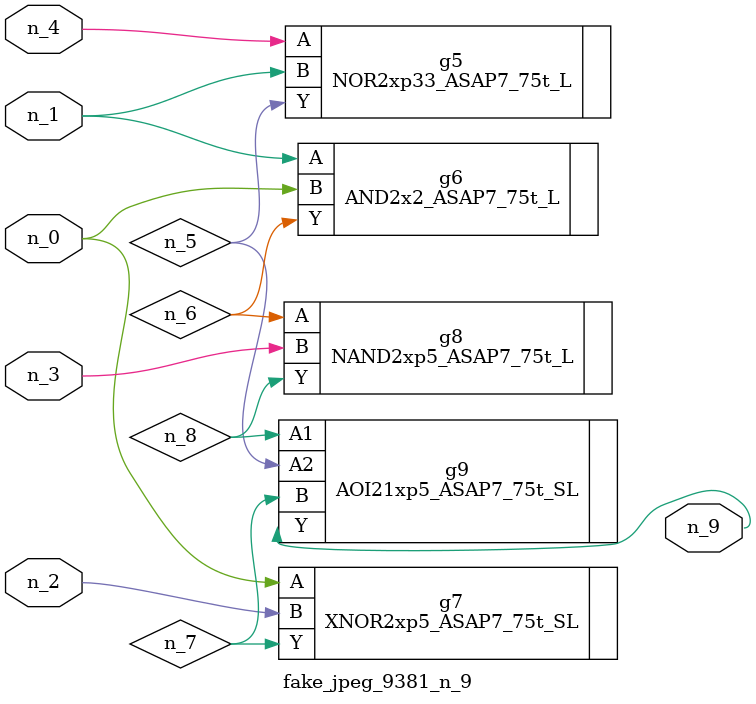
<source format=v>
module fake_jpeg_9381_n_9 (n_3, n_2, n_1, n_0, n_4, n_9);

input n_3;
input n_2;
input n_1;
input n_0;
input n_4;

output n_9;

wire n_8;
wire n_6;
wire n_5;
wire n_7;

NOR2xp33_ASAP7_75t_L g5 ( 
.A(n_4),
.B(n_1),
.Y(n_5)
);

AND2x2_ASAP7_75t_L g6 ( 
.A(n_1),
.B(n_0),
.Y(n_6)
);

XNOR2xp5_ASAP7_75t_SL g7 ( 
.A(n_0),
.B(n_2),
.Y(n_7)
);

NAND2xp5_ASAP7_75t_L g8 ( 
.A(n_6),
.B(n_3),
.Y(n_8)
);

AOI21xp5_ASAP7_75t_SL g9 ( 
.A1(n_8),
.A2(n_5),
.B(n_7),
.Y(n_9)
);


endmodule
</source>
